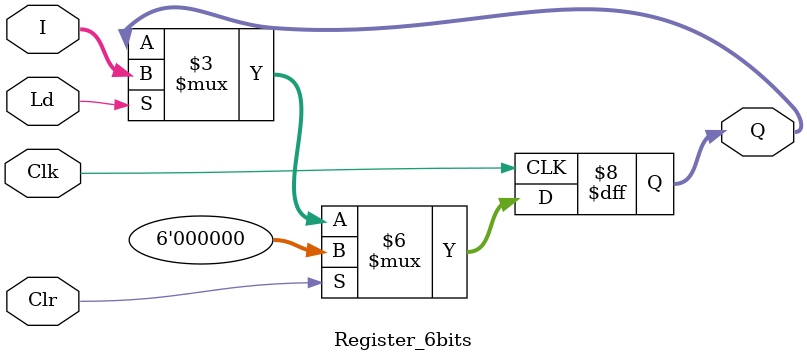
<source format=v>
`timescale 1ns / 1ps


module Register_6bits(Clk, Clr, Ld, I, Q);
    input Clk, Clr, Ld;
    input [5:0] I;
    output reg [5:0] Q;
    
    always @ (posedge Clk)begin
        if (Clr) begin
            Q <= 0;
        end
        else if(Ld) begin
            Q <= I;
        end
        else begin
            Q <= Q;
        end
    end
endmodule

</source>
